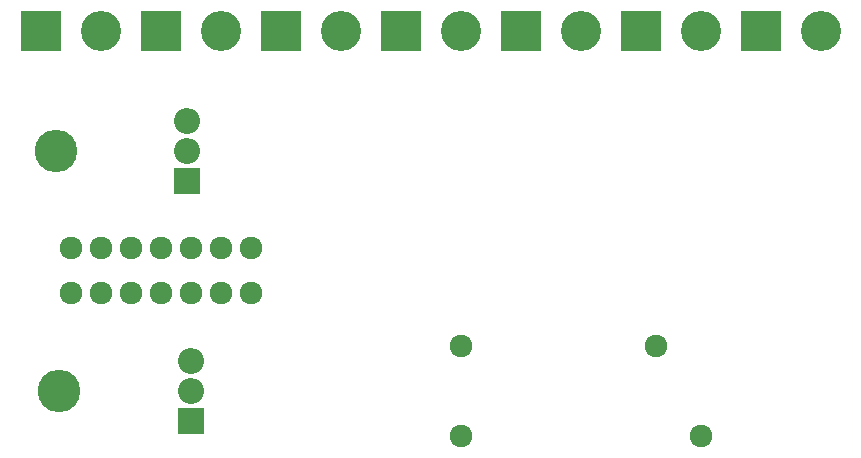
<source format=gbr>
G04 #@! TF.FileFunction,Soldermask,Bot*
%FSLAX46Y46*%
G04 Gerber Fmt 4.6, Leading zero omitted, Abs format (unit mm)*
G04 Created by KiCad (PCBNEW 4.0.7) date 05/05/18 10:53:01*
%MOMM*%
%LPD*%
G01*
G04 APERTURE LIST*
%ADD10C,0.100000*%
%ADD11C,1.924000*%
%ADD12O,3.600000X3.600000*%
%ADD13R,2.200000X2.200000*%
%ADD14O,2.200000X2.200000*%
%ADD15R,3.400000X3.400000*%
%ADD16C,3.400000*%
G04 APERTURE END LIST*
D10*
D11*
X140335000Y-94615000D03*
X156845000Y-94615000D03*
X140335000Y-102235000D03*
X160655000Y-102235000D03*
D12*
X106375000Y-98425000D03*
D13*
X117475000Y-100965000D03*
D14*
X117475000Y-98425000D03*
X117475000Y-95885000D03*
D11*
X122555000Y-90170000D03*
X120015000Y-90170000D03*
X117475000Y-90170000D03*
X114935000Y-90170000D03*
X112395000Y-90170000D03*
X109855000Y-90170000D03*
X107315000Y-90170000D03*
X122555000Y-86360000D03*
X120015000Y-86360000D03*
X117475000Y-86360000D03*
X114935000Y-86360000D03*
X112395000Y-86360000D03*
X109855000Y-86360000D03*
X107315000Y-86360000D03*
D12*
X106045000Y-78105000D03*
D13*
X117145000Y-80645000D03*
D14*
X117145000Y-78105000D03*
X117145000Y-75565000D03*
D15*
X135255000Y-67945000D03*
D16*
X140335000Y-67945000D03*
D15*
X114935000Y-67945000D03*
D16*
X120015000Y-67945000D03*
D15*
X165735000Y-67945000D03*
D16*
X170815000Y-67945000D03*
D15*
X125095000Y-67945000D03*
D16*
X130175000Y-67945000D03*
D15*
X104775000Y-67945000D03*
D16*
X109855000Y-67945000D03*
D15*
X145415000Y-67945000D03*
D16*
X150495000Y-67945000D03*
D15*
X155575000Y-67945000D03*
D16*
X160655000Y-67945000D03*
M02*

</source>
